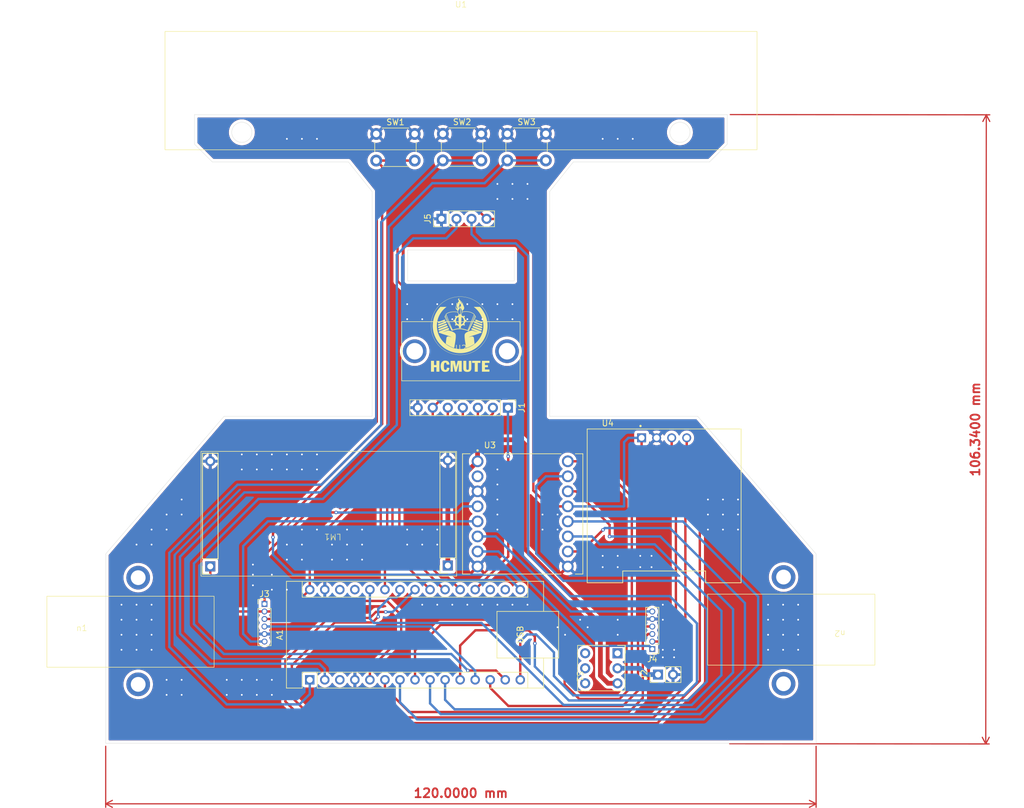
<source format=kicad_pcb>
(kicad_pcb (version 20240108) (generator "pcbnew") (generator_version "8.0")
  (layers (0 "F.Cu" signal) (31 "B.Cu" signal) (34 "B.Paste" user) (35 "F.Paste" user) (36 "B.SilkS" user "B.Silkscreen") (37 "F.SilkS" user "F.Silkscreen") (38 "B.Mask" user) (39 "F.Mask" user) (44 "Edge.Cuts" user))
  (net 0 "")
  (net 2 "A3")
  (net 3 "A4")
  (net 4 "A0")
  (net 5 "A2")
  (net 10 "A1")
  (net 18 "+5V")
  (net 19 "GND")
  (net 20 "+12V")
  (net 21 "A02")
  (net 22 "EnA1")
  (net 23 "A01")
  (net 24 "EnB1")
  (net 25 "B02")
  (net 26 "EnA2")
  (net 27 "B01")
  (net 28 "EnB2")
  (net 33 "BI1")
  (net 34 "BI2")
  (net 35 "AI2")
  (net 36 "PWMA")
  (net 37 "AI1")
  (net 38 "PWMB")
  (net 39 "D12")
  (net 40 "D11")
  (net 41 "SCL")
  (net 42 "SDA")
  (net 43 "2")
  (net 44 "1")
  (net 45 "16")
  (net 46 "VSS")
  (footprint "tb6612:MODULE_ROB-14450" (layer "F.Cu") (at 156.6672 116.731)
    (property "Reference" "U3")
    (property "Value" "ROB-14450")
  )
  (footprint "Button_Switch_THT:SW_PUSH_6mm_H9.5mm" (layer "F.Cu") (at 143.181 52.487)
    (property "Reference" "SW2")
    (property "Value" "SW_Push")
  )
  (footprint "Module:Arduino_Nano" (layer "F.Cu") (at 120.7008 144.77 90)
    (property "Reference" "A1")
    (property "Value" "Arduino_Nano_Every")
  )
  (footprint "Library:n20" (layer "F.Cu") (at 82.1944 136.525)
    (property "Reference" "n1")
    (property "Value" "~")
  )
  (footprint "Button_Switch_THT:SW_PUSH_6mm_H9.5mm" (layer "F.Cu") (at 131.9288 52.5124)
    (property "Reference" "SW1")
    (property "Value" "SW_Push")
  )
  (footprint "Connector_PinHeader_1.27mm:PinHeader_1x06_P1.27mm_Vertical" (layer "F.Cu") (at 113.0554 131.953)
    (property "Reference" "J3")
    (property "Value" "Conn_01x06")
  )
  (footprint "LOGO:HCMUTE" (layer "F.Cu") (at 146.05 86.36)
    (property "Reference" "G***" (hide yes))
    (property "Value" "LOGO" (hide yes))
  )
  (footprint "Connector_PinHeader_2.54mm:PinHeader_1x04_P2.54mm_Vertical" (layer "F.Cu") (at 142.9512 66.8528 90)
    (property "Reference" "J5")
    (property "Value" "Conn_01x04")
  )
  (footprint "Button_Switch_THT:SW_PUSH_6mm_H9.5mm" (layer "F.Cu") (at 154.0776 52.487)
    (property "Reference" "SW3")
    (property "Value" "SW_Push")
  )
  (footprint "DM-OLED096-636:MODULE_DM-OLED096-636" (layer "F.Cu") (at 180.5686 115.3761)
    (property "Reference" "U4")
    (property "Value" "DM-OLED096-636")
  )
  (footprint "Connector_PinHeader_1.27mm:PinHeader_1x06_P1.27mm_Vertical" (layer "F.Cu") (at 178.562 139.573 180)
    (property "Reference" "J4")
    (property "Value" "Conn_01x06")
  )
  (footprint "Library:Module_line" (layer "F.Cu") (at 146.2532 45.1866)
    (property "Reference" "U1")
    (property "Value" "~")
  )
  (footprint "Add_button_memory:SW_6 pins 8.5×8.5MM" (layer "F.Cu") (at 169.8034 142.8868 -90)
    (property "Reference" "S1")
    (property "Value" "TL2230OAF140" (hide yes))
  )
  (footprint "Library:n20" (layer "F.Cu") (at 210.2612 136.4234 180)
    (property "Reference" "n2")
    (property "Value" "~")
  )
  (footprint "Library:mat_trau" (layer "F.Cu") (at 146.2302 89.235)
    (property "Reference" "U2")
    (property "Value" "~")
  )
  (footprint "Library:Lm2596" (layer "F.Cu") (at 124.588 120.1106 180)
    (property "Reference" "LM1")
    (property "Value" "~")
  )
  (footprint "Connector_PinHeader_2.54mm:PinHeader_1x07_P2.54mm_Vertical" (layer "F.Cu") (at 154.178 98.7806 -90)
    (property "Reference" "J1")
    (property "Value" "Conn_01x07")
  )
  (footprint "Connector_PinHeader_2.54mm:PinHeader_1x02_P2.54mm_Vertical" (layer "F.Cu") (at 179.5272 143.891 90)
    (property "Reference" "J2")
    (property "Value" "Conn_01x02")
  )
  (gr_line (start 86.2302 123.505) (end 106.2302 100.235) (stroke (width 0.05)) (layer "Edge.Cuts"))
  (gr_line (start 165.2302 57.235) (end 188.2302 57.235) (stroke (width 0.05)) (layer "Edge.Cuts"))
  (gr_line (start 161.2302 62.235) (end 161.2302 100.235) (stroke (width 0.05)) (layer "Edge.Cuts"))
  (gr_line (start 131.2302 62.235) (end 131.2302 100.235) (stroke (width 0.05)) (layer "Edge.Cuts"))
  (gr_line (start 191.2302 54.235) (end 191.2302 49.235) (stroke (width 0.05)) (layer "Edge.Cuts"))
  (gr_rect (start 137.2302 72.1128) (end 155.2302 77.3442) (stroke (width 0.05)) (fill none) (layer "Edge.Cuts"))
  (gr_line (start 206.2302 155.505) (end 86.2302 155.505) (stroke (width 0.05)) (layer "Edge.Cuts"))
  (gr_line (start 127.2302 57.235) (end 104.2302 57.235) (stroke (width 0.05)) (layer "Edge.Cuts"))
  (gr_circle (center 109.2302 52.235) (end 110.9302 52.235) (stroke (width 0.05)) (fill none) (layer "Edge.Cuts"))
  (gr_line (start 131.2302 100.235) (end 106.2302 100.235) (stroke (width 0.05)) (layer "Edge.Cuts"))
  (gr_line (start 101.2302 54.235) (end 101.2302 49.235) (stroke (width 0.05)) (layer "Edge.Cuts"))
  (gr_line (start 161.2302 100.235) (end 186.2302 100.235) (stroke (width 0.05)) (layer "Edge.Cuts"))
  (gr_circle (center 183.2302 52.235) (end 184.9302 52.235) (stroke (width 0.05)) (fill none) (layer "Edge.Cuts"))
  (gr_line (start 101.2302 54.235) (end 104.2302 57.235) (stroke (width 0.05)) (layer "Edge.Cuts"))
  (gr_line (start 161.2302 62.235) (end 165.2302 57.235) (stroke (width 0.05)) (layer "Edge.Cuts"))
  (gr_line (start 188.2302 57.235) (end 191.2302 54.235) (stroke (width 0.05)) (layer "Edge.Cuts"))
  (gr_line (start 101.2302 49.235) (end 191.2302 49.235) (stroke (width 0.05)) (layer "Edge.Cuts"))
  (gr_line (start 186.2302 100.235) (end 206.2302 123.505) (stroke (width 0.05)) (layer "Edge.Cuts"))
  (gr_line (start 206.2302 155.505) (end 206.2302 123.505) (stroke (width 0.05)) (layer "Edge.Cuts"))
  (gr_line (start 86.2302 155.505) (end 86.2302 123.505) (stroke (width 0.05)) (layer "Edge.Cuts"))
  (gr_line (start 131.2302 62.235) (end 127.2302 57.235) (stroke (width 0.05)) (layer "Edge.Cuts"))
  (dimension (type aligned) (layer "F.Cu") (pts (xy 191.2302 49.235) (xy 191.135 155.575)) (height -43.754437) (gr_text "106.3400 mm" (at 233.13702 102.44256 89.94870644) (layer "F.Cu") (effects (font (size 1.5 1.5) (thickness 0.3)))) (format (prefix "") (suffix "") (units 3) (units_format 1) (precision 4)) (style (thickness 0.2) (arrow_length 1.27) (text_position_mode 0) (extension_height 0.58642) (extension_offset 0.5) keep_text_aligned))
  (dimension (type aligned) (layer "F.Cu") (pts (xy 206.2302 155.505) (xy 86.2302 155.505)) (height -10.23) (gr_text "120.0000 mm" (at 146.2302 163.935 0) (layer "F.Cu") (effects (font (size 1.5 1.5) (thickness 0.3)))) (format (prefix "") (suffix "") (units 3) (units_format 1) (precision 4)) (style (thickness 0.2) (arrow_length 1.27) (text_position_mode 0) (extension_height 0.58642) (extension_offset 0.5) keep_text_aligned))
  (segment (start 135.509 125.6284) (end 133.7818 123.9012) (width 0.4) (layer "F.Cu") (net 2))
  (segment (start 146.558 100.1014) (end 146.558 98.7806) (width 0.4) (layer "F.Cu") (net 2))
  (segment (start 141.0208 129.53) (end 137.1192 125.6284) (width 0.4) (layer "F.Cu") (net 2))
  (segment (start 133.7818 123.9012) (end 133.7818 112.8776) (width 0.4) (layer "F.Cu") (net 2))
  (segment (start 133.7818 112.8776) (end 146.558 100.1014) (width 0.4) (layer "F.Cu") (net 2))
  (segment (start 137.1192 125.6284) (end 135.509 125.6284) (width 0.4) (layer "F.Cu") (net 2))
  (segment (start 146.558 98.7806) (end 146.558 99.4918) (width 0.4) (layer "B.Cu") (net 2))
  (segment (start 133.4008 125.3744) (end 132.6896 124.6632) (width 0.4) (layer "F.Cu") (net 3))
  (segment (start 132.6896 112.4458) (end 144.018 101.1174) (width 0.4) (layer "F.Cu") (net 3))
  (segment (start 132.6896 124.6632) (end 132.6896 112.4458) (width 0.4) (layer "F.Cu") (net 3))
  (segment (start 144.018 101.1174) (end 144.018 98.7806) (width 0.4) (layer "F.Cu") (net 3))
  (segment (start 133.4008 129.53) (end 133.4008 125.3744) (width 0.4) (layer "F.Cu") (net 3))
  (segment (start 154.2288 123.942) (end 148.6408 129.53) (width 0.4) (layer "F.Cu") (net 4))
  (segment (start 154.2288 107.0102) (end 154.2288 123.942) (width 0.4) (layer "F.Cu") (net 4))
  (via (at 154.2288 107.0102) (size 0.6) (drill 0.3) (layers "F.Cu" "B.Cu") (net 4))
  (segment (start 154.178 106.9594) (end 154.178 98.7806) (width 0.4) (layer "B.Cu") (net 4))
  (segment (start 154.2288 107.0102) (end 154.178 106.9594) (width 0.4) (layer "B.Cu") (net 4))
  (segment (start 134.6708 123.317) (end 134.6708 113.411) (width 0.4) (layer "F.Cu") (net 5))
  (segment (start 147.701 101.5238) (end 149.098 100.1268) (width 0.4) (layer "F.Cu") (net 5))
  (segment (start 143.3984 129.53) (end 138.4046 124.5362) (width 0.4) (layer "F.Cu") (net 5))
  (segment (start 149.098 100.1268) (end 149.098 98.7806) (width 0.4) (layer "F.Cu") (net 5))
  (segment (start 135.89 124.5362) (end 134.6708 123.317) (width 0.4) (layer "F.Cu") (net 5))
  (segment (start 143.5608 129.53) (end 143.3984 129.53) (width 0.4) (layer "F.Cu") (net 5))
  (segment (start 146.558 101.5238) (end 147.701 101.5238) (width 0.4) (layer "F.Cu") (net 5))
  (segment (start 138.4046 124.5362) (end 135.89 124.5362) (width 0.4) (layer "F.Cu") (net 5))
  (segment (start 134.6708 113.411) (end 146.558 101.5238) (width 0.4) (layer "F.Cu") (net 5))
  (segment (start 151.638 99.762) (end 148.8348 102.5652) (width 0.4) (layer "F.Cu") (net 10))
  (segment (start 148.8348 102.5652) (end 146.9644 102.5652) (width 0.4) (layer "F.Cu") (net 10))
  (segment (start 142.9258 127.4826) (end 144.0534 127.4826) (width 0.4) (layer "F.Cu") (net 10))
  (segment (start 136.6774 123.5456) (end 138.9888 123.5456) (width 0.4) (layer "F.Cu") (net 10))
  (segment (start 146.9644 102.5652) (end 135.8392 113.6904) (width 0.4) (layer "F.Cu") (net 10))
  (segment (start 135.8392 113.6904) (end 135.8392 122.7074) (width 0.4) (layer "F.Cu") (net 10))
  (segment (start 151.638 98.7806) (end 151.638 99.762) (width 0.4) (layer "F.Cu") (net 10))
  (segment (start 144.0534 127.4826) (end 146.1008 129.53) (width 0.4) (layer "F.Cu") (net 10))
  (segment (start 138.9888 123.5456) (end 142.9258 127.4826) (width 0.4) (layer "F.Cu") (net 10))
  (segment (start 135.8392 122.7074) (end 136.6774 123.5456) (width 0.4) (layer "F.Cu") (net 10))
  (segment (start 182.5498 112.903) (end 182.5498 136.3726) (width 0.4) (layer "F.Cu") (net 18))
  (segment (start 143.0528 84.8868) (end 135.5344 77.3684) (width 0.4) (layer "F.Cu") (net 18))
  (segment (start 113.0554 133.223) (end 117.0078 133.223) (width 0.4) (layer "F.Cu") (net 18))
  (segment (start 176.7586 107.1118) (end 182.5498 112.903) (width 0.4) (layer "F.Cu") (net 18))
  (segment (start 161.1302 115.461) (end 164.2872 115.461) (width 0.4) (layer "F.Cu") (net 18))
  (segment (start 141.478 98.7806) (end 143.0528 97.2058) (width 0.4) (layer "F.Cu") (net 18))
  (segment (start 103.9016 125.604) (end 103.9016 129.3016) (width 0.4) (layer "F.Cu") (net 18))
  (segment (start 150.5966 66.8782) (end 156.0322 66.8782) (width 0.4) (layer "F.Cu") (net 18))
  (segment (start 182.5498 136.3726) (end 180.6194 138.303) (width 0.4) (layer "F.Cu") (net 18))
  (segment (start 158.4706 112.8014) (end 161.1302 115.461) (width 0.4) (layer "F.Cu") (net 18))
  (segment (start 103.9016 129.3016) (end 107.823 133.223) (width 0.4) (layer "F.Cu") (net 18))
  (segment (start 107.823 133.223) (end 113.0554 133.223) (width 0.4) (layer "F.Cu") (net 18))
  (segment (start 180.6194 138.303) (end 178.562 138.303) (width 0.4) (layer "F.Cu") (net 18))
  (segment (start 158.4706 69.3166) (end 158.4706 112.8014) (width 0.4) (layer "F.Cu") (net 18))
  (segment (start 135.5344 69.7484) (end 140.9954 64.2874) (width 0.4) (layer "F.Cu") (net 18))
  (segment (start 120.7008 122.1994) (end 141.478 101.4222) (width 0.4) (layer "F.Cu") (net 18))
  (segment (start 176.7586 103.8761) (end 176.7586 107.1118) (width 0.4) (layer "F.Cu") (net 18))
  (segment (start 135.5344 77.3684) (end 135.5344 69.7484) (width 0.4) (layer "F.Cu") (net 18))
  (segment (start 120.7008 129.53) (end 120.7008 122.1994) (width 0.4) (layer "F.Cu") (net 18))
  (segment (start 140.9954 64.2874) (end 148.0058 64.2874) (width 0.4) (layer "F.Cu") (net 18))
  (segment (start 148.0058 64.2874) (end 150.5966 66.8782) (width 0.4) (layer "F.Cu") (net 18))
  (segment (start 156.0322 66.8782) (end 158.4706 69.3166) (width 0.4) (layer "F.Cu") (net 18))
  (segment (start 143.0528 97.2058) (end 143.0528 84.8868) (width 0.4) (layer "F.Cu") (net 18))
  (segment (start 117.0078 133.223) (end 120.7008 129.53) (width 0.4) (layer "F.Cu") (net 18))
  (segment (start 141.478 101.4222) (end 141.478 98.7806) (width 0.4) (layer "F.Cu") (net 18))
  (segment (start 173.8 104.6) (end 174.5239 103.8761) (width 0.4) (layer "B.Cu") (net 18))
  (segment (start 174.5239 103.8761) (end 176.7586 103.8761) (width 0.4) (layer "B.Cu") (net 18))
  (segment (start 173.8 115.4044) (end 173.8 104.6) (width 0.4) (layer "B.Cu") (net 18))
  (segment (start 164.2872 115.461) (end 173.7434 115.461) (width 0.4) (layer "B.Cu") (net 18))
  (segment (start 173.7434 115.461) (end 173.8 115.4044) (width 0.4) (layer "B.Cu") (net 18))
  (via (at 139.7 121.92) (size 0.6) (drill 0.3) (layers "F.Cu" "B.Cu") (net 19))
  (via (at 152.4 63.5) (size 0.6) (drill 0.3) (layers "F.Cu" "B.Cu") (net 19))
  (via (at 172.72 123.825) (size 0.6) (drill 0.3) (layers "F.Cu" "B.Cu") (net 19))
  (via (at 180.34 132.08) (size 0.6) (drill 0.3) (layers "F.Cu" "B.Cu") (net 19))
  (via (at 193.04 119.38) (size 0.6) (drill 0.3) (layers "F.Cu" "B.Cu") (net 19))
  (via (at 88.9 137.16) (size 0.6) (drill 0.3) (layers "F.Cu" "B.Cu") (net 19))
  (via (at 149.86 132.08) (size 0.6) (drill 0.3) (layers "F.Cu" "B.Cu") (net 19))
  (via (at 114.3 106.68) (size 0.6) (drill 0.3) (layers "F.Cu" "B.Cu") (net 19))
  (via (at 99.06 144.78) (size 0.6) (drill 0.3) (layers "F.Cu" "B.Cu") (net 19))
  (via (at 152.4 119.38) (size 0.6) (drill 0.3) (layers "F.Cu" "B.Cu") (net 19))
  (via (at 114.3 127) (size 0.6) (drill 0.3) (layers "F.Cu" "B.Cu") (net 19))
  (via (at 96.52 147.32) (size 0.6) (drill 0.3) (layers "F.Cu" "B.Cu") (net 19))
  (via (at 137.16 83.82) (size 0.6) (drill 0.3) (layers "F.Cu" "B.Cu") (net 19))
  (via (at 121.92 119.38) (size 0.6) (drill 0.3) (layers "F.Cu" "B.Cu") (net 19))
  (via (at 162.56 119.38) (size 0.6) (drill 0.3) (layers "F.Cu" "B.Cu") (net 19))
  (via (at 162.56 116.84) (size 0.6) (drill 0.3) (layers "F.Cu" "B.Cu") (net 19))
  (via (at 137.16 81.28) (size 0.6) (drill 0.3) (layers "F.Cu" "B.Cu") (net 19))
  (via (at 99.06 116.84) (size 0.6) (drill 0.3) (layers "F.Cu" "B.Cu") (net 19))
  (via (at 142.24 81.28) (size 0.6) (drill 0.3) (layers "F.Cu" "B.Cu") (net 19))
  (via (at 180.34 140.97) (size 0.6) (drill 0.3) (layers "F.Cu" "B.Cu") (net 19))
  (via (at 157.48 132.08) (size 0.6) (drill 0.3) (layers "F.Cu" "B.Cu") (net 19))
  (via (at 178.435 125.73) (size 0.6) (drill 0.3) (layers "F.Cu" "B.Cu") (net 19))
  (via (at 167.64 135.89) (size 0.6) (drill 0.3) (layers "F.Cu" "B.Cu") (net 19))
  (via (at 154.94 60.96) (size 0.6) (drill 0.3) (layers "F.Cu" "B.Cu") (net 19))
  (via (at 127 124.46) (size 0.6) (drill 0.3) (layers "F.Cu" "B.Cu") (net 19))
  (via (at 109.22 144.78) (size 0.6) (drill 0.3) (layers "F.Cu" "B.Cu") (net 19))
  (via (at 93.98 132.08) (size 0.6) (drill 0.3) (layers "F.Cu" "B.Cu") (net 19))
  (via (at 114.3 144.78) (size 0.6) (drill 0.3) (layers "F.Cu" "B.Cu") (net 19))
  (via (at 154.94 83.82) (size 0.6) (drill 0.3) (layers "F.Cu" "B.Cu") (net 19))
  (via (at 139.7 83.82) (size 0.6) (drill 0.3) (layers "F.Cu" "B.Cu") (net 19))
  (via (at 93.98 137.16) (size 0.6) (drill 0.3) (layers "F.Cu" "B.Cu") (net 19))
  (via (at 121.92 53.34) (size 0.6) (drill 0.3) (layers "F.Cu" "B.Cu") (net 19))
  (via (at 154.94 63.5) (size 0.6) (drill 0.3) (layers "F.Cu" "B.Cu") (net 19))
  (via (at 203.2 132.08) (size 0.6) (drill 0.3) (layers "F.Cu" "B.Cu") (net 19))
  (via (at 139.7 132.08) (size 0.6) (drill 0.3) (layers "F.Cu" "B.Cu") (net 19))
  (via (at 121.92 109.22) (size 0.6) (drill 0.3) (layers "F.Cu" "B.Cu") (net 19))
  (via (at 106.68 144.78) (size 0.6) (drill 0.3) (layers "F.Cu" "B.Cu") (net 19))
  (via (at 149.86 83.82) (size 0.6) (drill 0.3) (layers "F.Cu" "B.Cu") (net 19))
  (via (at 180.34 134.62) (size 0.6) (drill 0.3) (layers "F.Cu" "B.Cu") (net 19))
  (via (at 152.4 109.22) (size 0.6) (drill 0.3) (layers "F.Cu" "B.Cu") (net 19))
  (via (at 93.98 121.92) (size 0.6) (drill 0.3) (layers "F.Cu" "B.Cu") (net 19))
  (via (at 154.94 132.08) (size 0.6) (drill 0.3) (layers "F.Cu" "B.Cu") (net 19))
  (via (at 152.4 132.08) (size 0.6) (drill 0.3) (layers "F.Cu" "B.Cu") (net 19))
  (via (at 111.1 127) (size 0.6) (drill 0.3) (layers "F.Cu" "B.Cu") (net 19))
  (via (at 176.53 123.825) (size 0.6) (drill 0.3) (layers "F.Cu" "B.Cu") (net 19))
  (via (at 114.3 147.32) (size 0.6) (drill 0.3) (layers "F.Cu" "B.Cu") (net 19))
  (via (at 93.98 139.7) (size 0.6) (drill 0.3) (layers "F.Cu" "B.Cu") (net 19))
  (via (at 190.5 119.38) (size 0.6) (drill 0.3) (layers "F.Cu" "B.Cu") (net 19))
  (via (at 178.435 123.825) (size 0.6) (drill 0.3) (layers "F.Cu" "B.Cu") (net 19))
  (via (at 175.26 53.34) (size 0.6) (drill 0.3) (layers "F.Cu" "B.Cu") (net 19))
  (via (at 111.76 144.78) (size 0.6) (drill 0.3) (layers "F.Cu" "B.Cu") (net 19))
  (via (at 111.1 128.8) (size 0.6) (drill 0.3) (layers "F.Cu" "B.Cu") (net 19))
  (via (at 114.3 109.22) (size 0.6) (drill 0.3) (layers "F.Cu" "B.Cu") (net 19))
  (via (at 88.9 134.62) (size 0.6) (drill 0.3) (layers "F.Cu" "B.Cu") (net 19))
  (via (at 160.02 119.38) (size 0.6) (drill 0.3) (layers "F.Cu" "B.Cu") (net 19))
  (via (at 193.04 116.84) (size 0.6) (drill 0.3) (layers "F.Cu" "B.Cu") (net 19))
  (via (at 88.9 139.7) (size 0.6) (drill 0.3) (layers "F.Cu" "B.Cu") (net 19))
  (via (at 193.04 114.3) (size 0.6) (drill 0.3) (layers "F.Cu" "B.Cu") (net 19))
  (via (at 147.32 132.08) (size 0.6) (drill 0.3) (layers "F.Cu" "B.Cu") (net 19))
  (via (at 203.2 134.62) (size 0.6) (drill 0.3) (layers "F.Cu" "B.Cu") (net 19))
  (via (at 200.66 139.7) (size 0.6) (drill 0.3) (layers "F.Cu" "B.Cu") (net 19))
  (via (at 157.48 63.5) (size 0.6) (drill 0.3) (layers "F.Cu" "B.Cu") (net 19))
  (via (at 162.56 135.89) (size 0.6) (drill 0.3) (layers "F.Cu" "B.Cu") (net 19))
  (via (at 109.22 109.22) (size 0.6) (drill 0.3) (layers "F.Cu" "B.Cu") (net 19))
  (via (at 91.44 132.08) (size 0.6) (drill 0.3) (layers "F.Cu" "B.Cu") (net 19))
  (via (at 93.98 134.62) (size 0.6) (drill 0.3) (layers "F.Cu" "B.Cu") (net 19))
  (via (at 119.38 106.68) (size 0.6) (drill 0.3) (layers "F.Cu" "B.Cu") (net 19))
  (via (at 163.83 137.16) (size 0.6) (drill 0.3) (layers "F.Cu" "B.Cu") (net 19))
  (via (at 109.22 147.32) (size 0.6) (drill 0.3) (layers "F.Cu" "B.Cu") (net 19))
  (via (at 154.94 81.28) (size 0.6) (drill 0.3) (layers "F.Cu" "B.Cu") (net 19))
  (via (at 142.24 119.38) (size 0.6) (drill 0.3) (layers "F.Cu" "B.Cu") (net 19))
  (via (at 203.2 139.7) (size 0.6) (drill 0.3) (layers "F.Cu" "B.Cu") (net 19))
  (via (at 121.92 106.68) (size 0.6) (drill 0.3) (layers "F.Cu" "B.Cu") (net 19))
  (via (at 119.38 119.38) (size 0.6) (drill 0.3) (layers "F.Cu" "B.Cu") (net 19))
  (via (at 187.96 116.84) (size 0.6) (drill 0.3) (layers "F.Cu" "B.Cu") (net 19))
  (via (at 147.32 81.28) (size 0.6) (drill 0.3) (layers "F.Cu" "B.Cu") (net 19))
  (via (at 111.76 109.22) (size 0.6) (drill 0.3) (layers "F.Cu" "B.Cu") (net 19))
  (via (at 96.52 119.38) (size 0.6) (drill 0.3) (layers "F.Cu" "B.Cu") (net 19))
  (via (at 88.9 132.08) (size 0.6) (drill 0.3) (layers "F.Cu" "B.Cu") (net 19))
  (via (at 200.66 137.16) (size 0.6) (drill 0.3) (layers "F.Cu" "B.Cu") (net 19))
  (via (at 129.54 124.46) (size 0.6) (drill 0.3) (layers "F.Cu" "B.Cu") (net 19))
  (via (at 93.98 119.38) (size 0.6) (drill 0.3) (layers "F.Cu" "B.Cu") (net 19))
  (via (at 144.78 83.82) (size 0.6) (drill 0.3) (layers "F.Cu" "B.Cu") (net 19))
  (via (at 144.78 132.08) (size 0.6) (drill 0.3) (layers "F.Cu" "B.Cu") (net 19))
  (via (at 198.12 139.7) (size 0.6) (drill 0.3) (layers "F.Cu" "B.Cu") (net 19))
  (via (at 182.245 139.7) (size 0.6) (drill 0.3) (layers "F.Cu" "B.Cu") (net 19))
  (via (at 178.435 140.97) (size 0.6) (drill 0.3) (layers "F.Cu" "B.Cu") (net 19))
  (via (at 111.1 125.3) (size 0.6) (drill 0.3) (layers "F.Cu" "B.Cu") (net 19))
  (via (at 147.32 83.82) (size 0.6) (drill 0.3) (layers "F.Cu" "B.Cu") (net 19))
  (via (at 172.72 125.73) (size 0.6) (drill 0.3) (layers "F.Cu" "B.Cu") (net 19))
  (via (at 198.12 137.16) (size 0.6) (drill 0.3) (layers "F.Cu" "B.Cu") (net 19))
  (via (at 119.38 109.22) (size 0.6) (drill 0.3) (layers "F.Cu" "B.Cu") (net 19))
  (via (at 200.66 134.62) (size 0.6) (drill 0.3) (layers "F.Cu" "B.Cu") (net 19))
  (via (at 152.4 60.96) (size 0.6) (drill 0.3) (layers "F.Cu" "B.Cu") (net 19))
  (via (at 203.2 137.16) (size 0.6) (drill 0.3) (layers "F.Cu" "B.Cu") (net 19))
  (via (at 142.24 132.08) (size 0.6) (drill 0.3) (layers "F.Cu" "B.Cu") (net 19))
  (via (at 170.18 125.73) (size 0.6) (drill 0.3) (layers "F.Cu" "B.Cu") (net 19))
  (via (at 152.4 83.82) (size 0.6) (drill 0.3) (layers "F.Cu" "B.Cu") (net 19))
  (via (at 91.44 134.62) (size 0.6) (drill 0.3) (layers "F.Cu" "B.Cu") (net 19))
  (via (at 116.84 109.22) (size 0.6) (drill 0.3) (layers "F.Cu" "B.Cu") (net 19))
  (via (at 91.44 121.92) (size 0.6) (drill 0.3) (layers "F.Cu" "B.Cu") (net 19))
  (via (at 116.84 129.54) (size 0.6) (drill 0.3) (layers "F.Cu" "B.Cu") (net 19))
  (via (at 119.38 53.34) (size 0.6) (drill 0.3) (layers "F.Cu" "B.Cu") (net 19))
  (via (at 157.48 60.96) (size 0.6) (drill 0.3) (layers "F.Cu" "B.Cu") (net 19))
  (via (at 172.72 53.34) (size 0.6) (drill 0.3) (layers "F.Cu" "B.Cu") (net 19))
  (via (at 137.16 119.38) (size 0.6) (drill 0.3) (layers "F.Cu" "B.Cu") (net 19))
  (via (at 137.16 121.92) (size 0.6) (drill 0.3) (layers "F.Cu" "B.Cu") (net 19))
  (via (at 129.54 119.38) (size 0.6) (drill 0.3) (layers "F.Cu" "B.Cu") (net 19))
  (via (at 187.96 114.3) (size 0.6) (drill 0.3) (layers "F.Cu" "B.Cu") (net 19))
  (via (at 129.54 121.92) (size 0.6) (drill 0.3) (layers "F.Cu" "B.Cu") (net 19))
  (via (at 111.76 106.68) (size 0.6) (drill 0.3) (layers "F.Cu" "B.Cu") (net 19))
  (via (at 170.18 123.825) (size 0.6) (drill 0.3) (layers "F.Cu" "B.Cu") (net 19))
  (via (at 200.66 132.08) (size 0.6) (drill 0.3) (layers "F.Cu" "B.Cu") (net 19))
  (via (at 119.38 124.46) (size 0.6) (drill 0.3) (layers "F.Cu" "B.Cu") (net 19))
  (via (at 116.84 53.34) (size 0.6) (drill 0.3) (layers "F.Cu" "B.Cu") (net 19))
  (via (at 139.7 119.38) (size 0.6) (drill 0.3) (layers "F.Cu" "B.Cu") (net 19))
  (via (at 91.44 139.7) (size 0.6) (drill 0.3) (layers "F.Cu" "B.Cu") (net 19))
  (via (at 172.72 134.62) (size 0.6) (drill 0.3) (layers "F.Cu" "B.Cu") (net 19))
  (via (at 127 119.38) (size 0.6) (drill 0.3) (layers "F.Cu" "B.Cu") (net 19))
  (via (at 182.245 140.97) (size 0.6) (drill 0.3) (layers "F.Cu" "B.Cu") (net 19))
  (via (at 99.06 114.3) (size 0.6) (drill 0.3) (layers "F.Cu" "B.Cu") (net 19))
  (via (at 106.68 147.32) (size 0.6) (drill 0.3) (layers "F.Cu" "B.Cu") (net 19))
  (via (at 180.34 139.7) (size 0.6) (drill 0.3) (layers "F.Cu" "B.Cu") (net 19))
  (via (at 124.46 124.46) (size 0.6) (drill 0.3) (layers "F.Cu" "B.Cu") (net 19))
  (via (at 99.06 147.32) (size 0.6) (drill 0.3) (layers "F.Cu" "B.Cu") (net 19))
  (via (at 198.12 132.08) (size 0.6) (drill 0.3) (layers "F.Cu" "B.Cu") (net 19))
  (via (at 116.84 106.68) (size 0.6) (drill 0.3) (layers "F.Cu" "B.Cu") (net 19))
  (via (at 111.76 147.32) (size 0.6) (drill 0.3) (layers "F.Cu" "B.Cu") (net 19))
  (via (at 96.52 144.78) (size 0.6) (drill 0.3) (layers "F.Cu" "B.Cu") (net 19))
  (via (at 109.22 106.68) (size 0.6) (drill 0.3) (layers "F.Cu" "B.Cu") (net 19))
  (via (at 91.44 137.16) (size 0.6) (drill 0.3) (layers "F.Cu" "B.Cu") (net 19))
  (via (at 114.3 129.54) (size 0.6) (drill 0.3) (layers "F.Cu" "B.Cu") (net 19))
  (via (at 152.4 116.84) (size 0.6) (drill 0.3) (layers "F.Cu" "B.Cu") (net 19))
  (via (at 198.12 134.62) (size 0.6) (drill 0.3) (layers "F.Cu" "B.Cu") (net 19))
  (via (at 96.52 116.84) (size 0.6) (drill 0.3) (layers "F.Cu" "B.Cu") (net 19))
  (via (at 116.84 124.46) (size 0.6) (drill 0.3) (layers "F.Cu" "B.Cu") (net 19))
  (via (at 142.24 121.92) (size 0.6) (drill 0.3) (layers "F.Cu" "B.Cu") (net 19))
  (via (at 166.37 134.62) (size 0.6) (drill 0.3) (layers "F.Cu" "B.Cu") (net 19))
  (via (at 160.02 116.84) (size 0.6) (drill 0.3) (layers "F.Cu" "B.Cu") (net 19))
  (via (at 127 121.92) (size 0.6) (drill 0.3) (layers "F.Cu" "B.Cu") (net 19))
  (via (at 176.53 125.73) (size 0.6) (drill 0.3) (layers "F.Cu" "B.Cu") (net 19))
  (via (at 144.78 81.28) (size 0.6) (drill 0.3) (layers "F.Cu" "B.Cu") (net 19))
  (via (at 152.4 81.28) (size 0.6) (drill 0.3) (layers "F.Cu" "B.Cu") (net 19))
  (via (at 172.72 137.16) (size 0.6) (drill 0.3) (layers "F.Cu" "B.Cu") (net 19))
  (via (at 187.96 119.38) (size 0.6) (drill 0.3) (layers "F.Cu" "B.Cu") (net 19))
  (via (at 124.46 121.92) (size 0.6) (drill 0.3) (layers "F.Cu" "B.Cu") (net 19))
  (via (at 170.18 53.34) (size 0.6) (drill 0.3) (layers "F.Cu" "B.Cu") (net 19))
  (via (at 152.4 114.3) (size 0.6) (drill 0.3) (layers "F.Cu" "B.Cu") (net 19))
  (via (at 149.86 81.28) (size 0.6) (drill 0.3) (layers "F.Cu" "B.Cu") (net 19))
  (via (at 119.38 121.92) (size 0.6) (drill 0.3) (layers "F.Cu" "B.Cu") (net 19))
  (via (at 116.84 121.92) (size 0.6) (drill 0.3) (layers "F.Cu" "B.Cu") (net 19))
  (via (at 190.5 114.3) (size 0.6) (drill 0.3) (layers "F.Cu" "B.Cu") (net 19))
  (via (at 190.5 116.84) (size 0.6) (drill 0.3) (layers "F.Cu" "B.Cu") (net 19))
  (via (at 152.4 111.76) (size 0.6) (drill 0.3) (layers "F.Cu" "B.Cu") (net 19))
  (segment (start 156.272 104.2) (end 156.972 104.9) (width 0.8) (layer "F.Cu") (net 20))
  (segment (start 156.972 122.5804) (end 169.799 135.4074) (width 0.8) (layer "F.Cu") (net 20))
  (segment (start 149.0472 107.841) (end 149.0472 106.0528) (width 0.8) (layer "F.Cu") (net 20))
  (segment (start 144.0266 112.8616) (end 144.0266 125.454) (width 0.8) (layer "F.Cu") (net 20))
  (segment (start 144.0266 125.454) (end 143.9154 125.3428) (width 0.8) (layer "F.Cu") (net 20))
  (segment (start 169.799 135.4074) (end 169.799 144.0688) (width 0.8) (layer "F.Cu") (net 20))
  (segment (start 169.799 144.0688) (end 171.097 145.3668) (width 0.8) (layer "F.Cu") (net 20))
  (segment (start 149.0472 106.0528) (end 150.9 104.2) (width 0.8) (layer "F.Cu") (net 20))
  (segment (start 171.097 145.3668) (end 172.6844 145.3668) (width 0.8) (layer "F.Cu") (net 20))
  (segment (start 150.9 104.2) (end 156.272 104.2) (width 0.8) (layer "F.Cu") (net 20))
  (segment (start 149.0472 107.841) (end 144.0266 112.8616) (width 0.8) (layer "F.Cu") (net 20))
  (segment (start 156.972 104.9) (end 156.972 122.5804) (width 0.8) (layer "F.Cu") (net 20))
  (segment (start 143.9154 125.3428) (end 143.9154 125.2788) (width 0.8) (layer "F.Cu") (net 20))
  (segment (start 149.0292 117.983) (end 149.0472 118.001) (width 0.4) (layer "B.Cu") (net 21))
  (segment (start 109.4486 122.174) (end 113.6396 117.983) (width 0.4) (layer "B.Cu") (net 21))
  (segment (start 110.744 138.303) (end 109.4486 137.0076) (width 0.4) (layer "B.Cu") (net 21))
  (segment (start 113.0554 138.303) (end 110.744 138.303) (width 0.4) (layer "B.Cu") (net 21))
  (segment (start 113.6396 117.983) (end 149.0292 117.983) (width 0.4) (layer "B.Cu") (net 21))
  (segment (start 109.4486 137.0076) (end 109.4486 122.174) (width 0.4) (layer "B.Cu") (net 21))
  (segment (start 117.1956 134.493) (end 120.2436 131.445) (width 0.4) (layer "F.Cu") (net 22))
  (segment (start 113.0554 134.493) (end 117.1956 134.493) (width 0.4) (layer "F.Cu") (net 22))
  (segment (start 130.8608 142.9512) (end 130.8608 144.77) (width 0.4) (layer "F.Cu") (net 22))
  (segment (start 136.144 133.8326) (end 136.144 137.668) (width 0.4) (layer "F.Cu") (net 22))
  (segment (start 136.144 137.668) (end 130.8608 142.9512) (width 0.4) (layer "F.Cu") (net 22))
  (segment (start 133.7564 131.445) (end 136.144 133.8326) (width 0.4) (layer "F.Cu") (net 22))
  (segment (start 120.2436 131.445) (end 133.7564 131.445) (width 0.4) (layer "F.Cu") (net 22))
  (segment (start 113.0554 123.7488) (end 113.0554 131.953) (width 0.4) (layer "F.Cu") (net 23))
  (segment (start 120.3198 116.4844) (end 113.0554 123.7488) (width 0.4) (layer "F.Cu") (net 23))
  (segment (start 125.1458 116.4844) (end 120.3198 116.4844) (width 0.4) (layer "F.Cu") (net 23))
  (via (at 125.1458 116.4844) (size 0.6) (drill 0.3) (layers "F.Cu" "B.Cu") (net 23))
  (segment (start 145.6 116.5) (end 146.639 115.461) (width 0.4) (layer "B.Cu") (net 23))
  (segment (start 125.1614 116.5) (end 145.6 116.5) (width 0.4) (layer "B.Cu") (net 23))
  (segment (start 125.1458 116.4844) (end 125.1614 116.5) (width 0.4) (layer "B.Cu") (net 23))
  (segment (start 146.639 115.461) (end 149.0472 115.461) (width 0.4) (layer "B.Cu") (net 23))
  (segment (start 113.0554 135.763) (end 141.1478 135.763) (width 0.4) (layer "B.Cu") (net 24))
  (segment (start 141.1478 135.763) (end 148.6408 143.256) (width 0.4) (layer "B.Cu") (net 24))
  (segment (start 148.6408 143.256) (end 148.6408 144.77) (width 0.4) (layer "B.Cu") (net 24))
  (segment (start 152.1132 120.541) (end 164.7952 133.223) (width 0.4) (layer "B.Cu") (net 25))
  (segment (start 149.0472 120.541) (end 152.1132 120.541) (width 0.4) (layer "B.Cu") (net 25))
  (segment (start 164.7952 133.223) (end 178.562 133.223) (width 0.4) (layer "B.Cu") (net 25))
  (segment (start 176.9618 137.926094) (end 176.9618 147.8534) (width 0.4) (layer "F.Cu") (net 26))
  (segment (start 133.4008 146.1262) (end 133.4008 144.77) (width 0.4) (layer "F.Cu") (net 26))
  (segment (start 178.562 137.033) (end 177.854894 137.033) (width 0.4) (layer "F.Cu") (net 26))
  (segment (start 176.9618 147.8534) (end 174.5996 150.2156) (width 0.4) (layer "F.Cu") (net 26))
  (segment (start 137.4902 150.2156) (end 133.4008 146.1262) (width 0.4) (layer "F.Cu") (net 26))
  (segment (start 177.854894 137.033) (end 176.9618 137.926094) (width 0.4) (layer "F.Cu") (net 26))
  (segment (start 174.5996 150.2156) (end 137.4902 150.2156) (width 0.4) (layer "F.Cu") (net 26))
  (segment (start 152.5704 123.081) (end 168.5262 139.0368) (width 0.4) (layer "B.Cu") (net 27))
  (segment (start 149.0472 123.081) (end 152.5704 123.081) (width 0.4) (layer "B.Cu") (net 27))
  (segment (start 168.5262 139.0368) (end 178.0258 139.0368) (width 0.4) (layer "B.Cu") (net 27))
  (segment (start 178.0258 139.0368) (end 178.562 139.573) (width 0.4) (layer "B.Cu") (net 27))
  (segment (start 176.149 137.0076) (end 176.149 146.6088) (width 0.4) (layer "F.Cu") (net 28))
  (segment (start 177.3936 135.763) (end 176.149 137.0076) (width 0.4) (layer "F.Cu") (net 28))
  (segment (start 173.5582 149.1996) (end 154.2542 149.1996) (width 0.4) (layer "F.Cu") (net 28))
  (segment (start 154.2542 149.1996) (end 151.1808 146.1262) (width 0.4) (layer "F.Cu") (net 28))
  (segment (start 176.149 146.6088) (end 173.5582 149.1996) (width 0.4) (layer "F.Cu") (net 28))
  (segment (start 178.562 135.763) (end 177.3936 135.763) (width 0.4) (layer "F.Cu") (net 28))
  (segment (start 151.1808 146.1262) (end 151.1808 144.77) (width 0.4) (layer "F.Cu") (net 28))
  (segment (start 138.8364 151.4602) (end 187.2234 151.4602) (width 0.4) (layer "B.Cu") (net 33))
  (segment (start 196.4436 130.7084) (end 183.7362 118.001) (width 0.4) (layer "B.Cu") (net 33))
  (segment (start 135.9408 144.77) (end 135.9408 148.5646) (width 0.4) (layer "B.Cu") (net 33))
  (segment (start 187.2234 151.4602) (end 196.4436 142.24) (width 0.4) (layer "B.Cu") (net 33))
  (segment (start 135.9408 148.5646) (end 138.8364 151.4602) (width 0.4) (layer "B.Cu") (net 33))
  (segment (start 196.4436 142.24) (end 196.4436 130.7084) (width 0.4) (layer "B.Cu") (net 33))
  (segment (start 183.7362 118.001) (end 164.2872 118.001) (width 0.4) (layer "B.Cu") (net 33))
  (segment (start 178.9684 121.8692) (end 190.246 133.1468) (width 0.4) (layer "B.Cu") (net 34))
  (segment (start 168.3438 120.541) (end 169.672 121.8692) (width 0.4) (layer "B.Cu") (net 34))
  (segment (start 190.246 133.1468) (end 190.246 143.9926) (width 0.4) (layer "B.Cu") (net 34))
  (segment (start 185.2168 149.0218) (end 163.576 149.0218) (width 0.4) (layer "B.Cu") (net 34))
  (segment (start 163.576 149.0218) (end 149.7172 135.163) (width 0.4) (layer "B.Cu") (net 34))
  (segment (start 164.2872 120.541) (end 168.3438 120.541) (width 0.4) (layer "B.Cu") (net 34))
  (segment (start 149.7172 135.163) (end 131.5562 135.163) (width 0.4) (layer "B.Cu") (net 34))
  (segment (start 130.8608 134.4676) (end 130.8608 129.53) (width 0.4) (layer "B.Cu") (net 34))
  (segment (start 131.5562 135.163) (end 130.8608 134.4676) (width 0.4) (layer "B.Cu") (net 34))
  (segment (start 169.672 121.8692) (end 178.9684 121.8692) (width 0.4) (layer "B.Cu") (net 34))
  (segment (start 190.246 143.9926) (end 185.2168 149.0218) (width 0.4) (layer "B.Cu") (net 34))
  (segment (start 158.7246 137.4648) (end 157.6578 136.398) (width 0.4) (layer "F.Cu") (net 35))
  (segment (start 157.6578 136.398) (end 148.6916 136.398) (width 0.4) (layer "F.Cu") (net 35))
  (segment (start 158.7246 138.6332) (end 158.7246 137.4648) (width 0.4) (layer "F.Cu") (net 35))
  (segment (start 148.6916 136.398) (end 146.1008 138.9888) (width 0.4) (layer "F.Cu") (net 35))
  (segment (start 146.1008 138.9888) (end 146.1008 144.77) (width 0.4) (layer "F.Cu") (net 35))
  (via (at 158.7246 138.6332) (size 0.6) (drill 0.3) (layers "F.Cu" "B.Cu") (net 35))
  (segment (start 164.2872 110.381) (end 160.5862 110.381) (width 0.4) (layer "B.Cu") (net 35))
  (segment (start 187.7822 132.8674) (end 187.7822 145.0594) (width 0.4) (layer "B.Cu") (net 35))
  (segment (start 158.7246 142.5194) (end 158.7246 138.6332) (width 0.4) (layer "B.Cu") (net 35))
  (segment (start 182.9562 128.0414) (end 187.7822 132.8674) (width 0.4) (layer "B.Cu") (net 35))
  (segment (start 184.5818 148.2598) (end 164.465 148.2598) (width 0.4) (layer "B.Cu") (net 35))
  (segment (start 164.465 148.2598) (end 158.7246 142.5194) (width 0.4) (layer "B.Cu") (net 35))
  (segment (start 187.7822 145.0594) (end 184.5818 148.2598) (width 0.4) (layer "B.Cu") (net 35))
  (segment (start 158.722033 138.6332) (end 158.7754 138.686567) (width 0.4) (layer "B.Cu") (net 35))
  (segment (start 163.5506 128.0414) (end 182.9562 128.0414) (width 0.4) (layer "B.Cu") (net 35))
  (segment (start 158.7246 138.6332) (end 158.722033 138.6332) (width 0.4) (layer "B.Cu") (net 35))
  (segment (start 158.9532 123.444) (end 163.5506 128.0414) (width 0.4) (layer "B.Cu") (net 35))
  (segment (start 160.5862 110.381) (end 158.9532 112.014) (width 0.4) (layer "B.Cu") (net 35))
  (segment (start 158.9532 112.014) (end 158.9532 123.444) (width 0.4) (layer "B.Cu") (net 35))
  (segment (start 164.2872 107.841) (end 169.1058 107.841) (width 0.4) (layer "F.Cu") (net 36))
  (segment (start 158.9024 135.509) (end 142.7734 135.509) (width 0.4) (layer "F.Cu") (net 36))
  (segment (start 166.2176 148.0058) (end 163.7538 145.542) (width 0.4) (layer "F.Cu") (net 36))
  (segment (start 163.7538 145.542) (end 163.7538 140.3604) (width 0.4) (layer "F.Cu") (net 36))
  (segment (start 175.1076 113.8428) (end 175.1076 145.923) (width 0.4) (layer "F.Cu") (net 36))
  (segment (start 173.0248 148.0058) (end 166.2176 148.0058) (width 0.4) (layer "F.Cu") (net 36))
  (segment (start 142.7734 135.509) (end 138.4808 139.8016) (width 0.4) (layer "F.Cu") (net 36))
  (segment (start 169.1058 107.841) (end 175.1076 113.8428) (width 0.4) (layer "F.Cu") (net 36))
  (segment (start 175.1076 145.923) (end 173.0248 148.0058) (width 0.4) (layer "F.Cu") (net 36))
  (segment (start 163.7538 140.3604) (end 158.9024 135.509) (width 0.4) (layer "F.Cu") (net 36))
  (segment (start 138.4808 139.8016) (end 138.4808 144.77) (width 0.4) (layer "F.Cu") (net 36))
  (segment (start 165.687271 112.921) (end 164.2872 112.921) (width 0.4) (layer "F.Cu") (net 37))
  (segment (start 171.3484 118.582129) (end 165.687271 112.921) (width 0.4) (layer "F.Cu") (net 37))
  (segment (start 171.3484 120.5484) (end 171.3484 118.582129) (width 0.4) (layer "F.Cu") (net 37))
  (via (at 171.3484 120.5484) (size 0.6) (drill 0.3) (layers "F.Cu" "B.Cu") (net 37))
  (segment (start 192.2018 132.842) (end 192.2018 143.5354) (width 0.4) (layer "B.Cu") (net 37))
  (segment (start 171.3484 120.5484) (end 179.9082 120.5484) (width 0.4) (layer "B.Cu") (net 37))
  (segment (start 192.2018 143.5354) (end 185.9788 149.7584) (width 0.4) (layer "B.Cu") (net 37))
  (segment (start 179.9082 120.5484) (end 192.2018 132.842) (width 0.4) (layer "B.Cu") (net 37))
  (segment (start 185.9788 149.7584) (end 145.161 149.7584) (width 0.4) (layer "B.Cu") (net 37))
  (segment (start 143.5608 148.1582) (end 143.5608 144.77) (width 0.4) (layer "B.Cu") (net 37))
  (segment (start 145.161 149.7584) (end 143.5608 148.1582) (width 0.4) (layer "B.Cu") (net 37))
  (segment (start 171.3484 120.5484) (end 171.3484 120.4214) (width 0.4) (layer "B.Cu") (net 37))
  (segment (start 166.5806 123.081) (end 170.2308 119.4308) (width 0.4) (layer "F.Cu") (net 38))
  (segment (start 164.2872 123.081) (end 166.5806 123.081) (width 0.4) (layer "F.Cu") (net 38))
  (via (at 170.2308 119.4308) (size 0.6) (drill 0.3) (layers "F.Cu" "B.Cu") (net 38))
  (segment (start 142.8242 150.5712) (end 186.6138 150.5712) (width 0.4) (layer "B.Cu") (net 38))
  (segment (start 186.6138 150.5712) (end 194.2084 142.9766) (width 0.4) (layer "B.Cu") (net 38))
  (segment (start 194.2084 142.9766) (end 194.2084 131.8006) (width 0.4) (layer "B.Cu") (net 38))
  (segment (start 170.2308 119.4308) (end 170.2054 119.4308) (width 0.4) (layer "B.Cu") (net 38))
  (segment (start 141.0208 144.77) (end 141.0208 148.7678) (width 0.4) (layer "B.Cu") (net 38))
  (segment (start 170.5356 119.126) (end 170.2308 119.4308) (width 0.4) (layer "B.Cu") (net 38))
  (segment (start 141.0208 148.7678) (end 142.8242 150.5712) (width 0.4) (layer "B.Cu") (net 38))
  (segment (start 194.2084 131.8006) (end 181.5338 119.126) (width 0.4) (layer "B.Cu") (net 38))
  (segment (start 181.5338 119.126) (end 170.5356 119.126) (width 0.4) (layer "B.Cu") (net 38))
  (segment (start 156.2608 138.2776) (end 156.2608 144.77) (width 0.4) (layer "F.Cu") (net 39))
  (via (at 156.2608 138.2776) (size 0.6) (drill 0.3) (layers "F.Cu" "B.Cu") (net 39))
  (segment (start 161.9504 140.1318) (end 161.9504 144.145) (width 0.4) (layer "B.Cu") (net 39))
  (segment (start 186.1058 145.2118) (end 186.1058 135.2296) (width 0.4) (layer "B.Cu") (net 39))
  (segment (start 181.5084 130.6322) (end 164.6936 130.6322) (width 0.4) (layer "B.Cu") (net 39))
  (segment (start 155.4868 71.0064) (end 149.5806 71.0064) (width 0.4) (layer "B.Cu") (net 39))
  (segment (start 157.4292 137.1092) (end 158.9278 137.1092) (width 0.4) (layer "B.Cu") (net 39))
  (segment (start 148.0432 69.469) (end 148.0312 69.469) (width 0.4) (layer "B.Cu") (net 39))
  (segment (start 165.2016 147.3962) (end 183.9214 147.3962) (width 0.4) (layer "B.Cu") (net 39))
  (segment (start 161.9504 144.145) (end 165.2016 147.3962) (width 0.4) (layer "B.Cu") (net 39))
  (segment (start 156.2608 138.2776) (end 157.4292 137.1092) (width 0.4) (layer "B.Cu") (net 39))
  (segment (start 164.6936 130.6322) (end 157.6 123.5386) (width 0.4) (layer "B.Cu") (net 39))
  (segment (start 149.5806 71.0064) (end 148.0432 69.469) (width 0.4) (layer "B.Cu") (net 39))
  (segment (start 148.0312 69.469) (end 148.0312 66.8528) (width 0.4) (layer "B.Cu") (net 39))
  (segment (start 157.6 73.1196) (end 155.4868 71.0064) (width 0.4) (layer "B.Cu") (net 39))
  (segment (start 157.6 123.5386) (end 157.6 73.1196) (width 0.4) (layer "B.Cu") (net 39))
  (segment (start 183.9214 147.3962) (end 186.1058 145.2118) (width 0.4) (layer "B.Cu") (net 39))
  (segment (start 158.9278 137.1092) (end 161.9504 140.1318) (width 0.4) (layer "B.Cu") (net 39))
  (segment (start 186.1058 135.2296) (end 181.5084 130.6322) (width 0.4) (layer "B.Cu") (net 39))
  (segment (start 147.4 143.2) (end 152.1508 143.2) (width 0.4) (layer "F.Cu") (net 40))
  (segment (start 152.1508 143.2) (end 153.7208 144.77) (width 0.4) (layer "F.Cu") (net 40))
  (via (at 147.4 143.2) (size 0.6) (drill 0.3) (layers "F.Cu" "B.Cu") (net 40))
  (segment (start 101.1428 125.095) (end 101.1428 135.3566) (width 0.4) (layer "B.Cu") (net 40))
  (segment (start 135.4074 72.945651) (end 135.4074 101.6926) (width 0.4) (layer "B.Cu") (net 40))
  (segment (start 135.4074 101.6926) (end 122.9 114.2) (width 0.4) (layer "B.Cu") (net 40))
  (segment (start 145.4912 68.4276) (end 143.764 70.1548) (width 0.4) (layer "B.Cu") (net 40))
  (segment (start 144.6112 140.4112) (end 147.4 143.2) (width 0.4) (layer "B.Cu") (net 40))
  (segment (start 112.0378 114.2) (end 101.1428 125.095) (width 0.4) (layer "B.Cu") (net 40))
  (segment (start 145.4912 66.8528) (end 145.4912 68.4276) (width 0.4) (layer "B.Cu") (net 40))
  (segment (start 138.198251 70.1548) (end 135.4074 72.945651) (width 0.4) (layer "B.Cu") (net 40))
  (segment (start 122.9 114.2) (end 112.0378 114.2) (width 0.4) (layer "B.Cu") (net 40))
  (segment (start 101.1428 135.3566) (end 106.1974 140.4112) (width 0.4) (layer "B.Cu") (net 40))
  (segment (start 143.764 70.1548) (end 138.198251 70.1548) (width 0.4) (layer "B.Cu") (net 40))
  (segment (start 106.1974 140.4112) (end 144.6112 140.4112) (width 0.4) (layer "B.Cu") (net 40))
  (segment (start 117.6782 142.3162) (end 124.9172 135.0772) (width 0.4) (layer "F.Cu") (net 41))
  (segment (start 184.15 112.1918) (end 184.15 145.7706) (width 0.4) (layer "F.Cu") (net 41))
  (segment (start 178.7906 151.13) (end 121.0818 151.13) (width 0.4) (layer "F.Cu") (net 41))
  (segment (start 121.0818 151.13) (end 117.6782 147.7264) (width 0.4) (layer "F.Cu") (net 41))
  (segment (start 131.2926 135.0772) (end 132.2578 134.112) (width 0.4) (layer "F.Cu") (net 41))
  (segment (start 132.2578 134.112) (end 132.2324 134.1374) (width 0.4) (layer "F.Cu") (net 41))
  (segment (start 124.9172 135.0772) (end 131.2926 135.0772) (width 0.4) (layer "F.Cu") (net 41))
  (segment (start 181.8386 103.8761) (end 181.8386 109.8804) (width 0.4) (layer "F.Cu") (net 41))
  (segment (start 181.8386 109.8804) (end 184.15 112.1918) (width 0.4) (layer "F.Cu") (net 41))
  (segment (start 184.15 145.7706) (end 178.7906 151.13) (width 0.4) (layer "F.Cu") (net 41))
  (segment (start 117.6782 147.7264) (end 117.6782 142.3162) (width 0.4) (layer "F.Cu") (net 41))
  (via (at 132.2578 134.112) (size 0.6) (drill 0.3) (layers "F.Cu" "B.Cu") (net 41))
  (segment (start 132.2578 132.8166) (end 134.1882 130.8862) (width 0.4) (layer "B.Cu") (net 41))
  (segment (start 135.3566 130.8862) (end 135.9408 130.302) (width 0.4) (layer "B.Cu") (net 41))
  (segment (start 134.1882 130.8862) (end 135.3566 130.8862) (width 0.4) (layer "B.Cu") (net 41))
  (segment (start 132.2578 134.112) (end 132.2578 132.8166) (width 0.4) (layer "B.Cu") (net 41))
  (segment (start 135.9408 130.302) (end 135.9408 129.53) (width 0.4) (layer "B.Cu") (net 41))
  (segment (start 123.825 134.3152) (end 116.586 141.5542) (width 0.4) (layer "F.Cu") (net 42))
  (segment (start 184.3786 110.49) (end 184.3786 103.8761) (width 0.4) (layer "F.Cu") (net 42))
  (segment (start 131.877125 133.298875) (end 130.8608 134.3152) (width 0.4) (layer "F.Cu") (net 42))
  (segment (start 131.877125 133.298875) (end 131.8768 133.2992) (width 0.4) (layer "F.Cu") (net 42))
  (segment (start 120.234 152.0856) (end 179.4352 152.0856) (width 0.4) (layer "F.Cu") (net 42))
  (segment (start 179.4352 152.0856) (end 186.5884 144.9324) (width 0.4) (layer "F.Cu") (net 42))
  (segment (start 186.5884 112.6998) (end 184.3786 110.49) (width 0.4) (layer "F.Cu") (net 42))
  (segment (start 116.586 148.4376) (end 120.234 152.0856) (width 0.4) (layer "F.Cu") (net 42))
  (segment (start 130.8608 134.3152) (end 123.825 134.3152) (width 0.4) (layer "F.Cu") (net 42))
  (segment (start 116.586 141.5542) (end 116.586 148.4376) (width 0.4) (layer "F.Cu") (net 42))
  (segment (start 133.528125 133.298875) (end 131.877125 133.298875) (width 0.4) (layer "F.Cu") (net 42))
  (segment (start 186.5884 144.9324) (end 186.5884 112.6998) (width 0.4) (layer "F.Cu") (net 42))
  (via (at 133.528125 133.298875) (size 0.6) (drill 0.3) (layers "F.Cu" "B.Cu") (net 42))
  (segment (start 134.711925 133.298875) (end 138.4808 129.53) (width 0.4) (layer "B.Cu") (net 42))
  (segment (start 133.528125 133.298875) (end 134.711925 133.298875) (width 0.4) (layer "B.Cu") (net 42))
  (segment (start 103.886 142.0622) (end 122.3264 142.0622) (width 0.4) (layer "B.Cu") (net 43))
  (segment (start 98.7806 136.9568) (end 103.886 142.0622) (width 0.4) (layer "B.Cu") (net 43))
  (segment (start 98.7806 123.9774) (end 98.7806 136.9568) (width 0.4) (layer "B.Cu") (net 43))
  (segment (start 134.0358 101.5642) (end 122.5 113.1) (width 0.4) (layer "B.Cu") (net 43))
  (segment (start 134.0358 68.199) (end 134.0358 101.5642) (width 0.4) (layer "B.Cu") (net 43))
  (segment (start 150.2316 60.833) (end 141.4018 60.833) (width 0.4) (layer "B.Cu") (net 43))
  (segment (start 109.658 113.1) (end 98.7806 123.9774) (width 0.4) (layer "B.Cu") (net 43))
  (segment (start 160.5776 56.987) (end 154.0776 56.987) (width 0.4) (layer "B.Cu") (net 43))
  (segment (start 122.5 113.1) (end 109.658 113.1) (width 0.4) (layer "B.Cu") (net 43))
  (segment (start 123.2408 142.9766) (end 123.2408 144.77) (width 0.4) (layer "B.Cu") (net 43))
  (segment (start 141.4018 60.833) (end 134.0358 68.199) (width 0.4) (layer "B.Cu") (net 43))
  (segment (start 122.3264 142.0622) (end 123.2408 142.9766) (width 0.4) (layer "B.Cu") (net 43))
  (segment (start 154.0776 56.987) (end 150.2316 60.833) (width 0.4) (layer "B.Cu") (net 43))
  (segment (start 122.655149 111.8) (end 108.4942 111.8) (width 0.4) (layer "B.Cu") (net 44))
  (segment (start 96.9772 123.317) (end 96.9772 139.2174) (width 0.4) (layer "B.Cu") (net 44))
  (segment (start 106.68 148.9202) (end 118.9736 148.9202) (width 0.4) (layer "B.Cu") (net 44))
  (segment (start 108.4942 111.8) (end 96.9772 123.317) (width 0.4) (layer "B.Cu") (net 44))
  (segment (start 149.681 56.987) (end 143.181 56.987) (width 0.4) (layer "B.Cu") (net 44))
  (segment (start 132.7658 67.4022) (end 132.7658 101.689349) (width 0.4) (layer "B.Cu") (net 44))
  (segment (start 118.9736 148.9202) (end 120.7008 147.193) (width 0.4) (layer "B.Cu") (net 44))
  (segment (start 132.7658 101.689349) (end 122.655149 111.8) (width 0.4) (layer "B.Cu") (net 44))
  (segment (start 96.9772 139.2174) (end 106.68 148.9202) (width 0.4) (layer "B.Cu") (net 44))
  (segment (start 120.7008 147.193) (end 120.7008 144.77) (width 0.4) (layer "B.Cu") (net 44))
  (segment (start 143.181 56.987) (end 132.7658 67.4022) (width 0.4) (layer "B.Cu") (net 44))
  (segment (start 114.4905 120.6881) (end 114.4905 119.964649) (width 0.4) (layer "F.Cu") (net 45))
  (segment (start 114.4905 119.964649) (end 132.9288 101.526349) (width 0.4) (layer "F.Cu") (net 45))
  (segment (start 132.9288 58.0124) (end 131.9288 57.0124) (width 0.4) (layer "F.Cu") (net 45))
  (segment (start 131.9288 57.0124) (end 138.4288 57.0124) (width 0.4) (layer "F.Cu") (net 45))
  (segment (start 132.9288 101.526349) (end 132.9288 58.0124) (width 0.4) (layer "F.Cu") (net 45))
  (via (at 114.4905 120.6881) (size 0.6) (drill 0.3) (layers "F.Cu" "B.Cu") (net 45))
  (segment (start 114.4905 120.6881) (end 114.4905 123.6345) (width 0.4) (layer "B.Cu") (net 45))
  (segment (start 153.7418 127.011) (end 156.2608 129.53) (width 0.4) (layer "B.Cu") (net 45))
  (segment (start 117.867 127.011) (end 153.7418 127.011) (width 0.4) (layer "B.Cu") (net 45))
  (segment (start 114.4905 123.6345) (end 117.867 127.011) (width 0.4) (layer "B.Cu") (net 45))
  (segment (start 177.4698 143.891) (end 179.5272 143.891) (width 0.8) (layer "B.Cu") (net 46))
  (segment (start 172.6844 142.8268) (end 176.4056 142.8268) (width 0.8) (layer "B.Cu") (net 46))
  (segment (start 176.4056 142.8268) (end 177.4698 143.891) (width 0.8) (layer "B.Cu") (net 46))
  (zone (net 19) (net_name "GND") (layers "F&B.Cu") (connect_pads (clearance 0.5)) (min_thickness 0.25) (fill yes (thermal_gap 0.5) (thermal_bridge_width 0.5))
    (polygon (pts (xy 72.771 44.3738) (xy 223.2406 45.212) (xy 222.1992 161.6456) (xy 68.3768 162.4584) (xy 72.771 44.1706)))
  )
)
</source>
